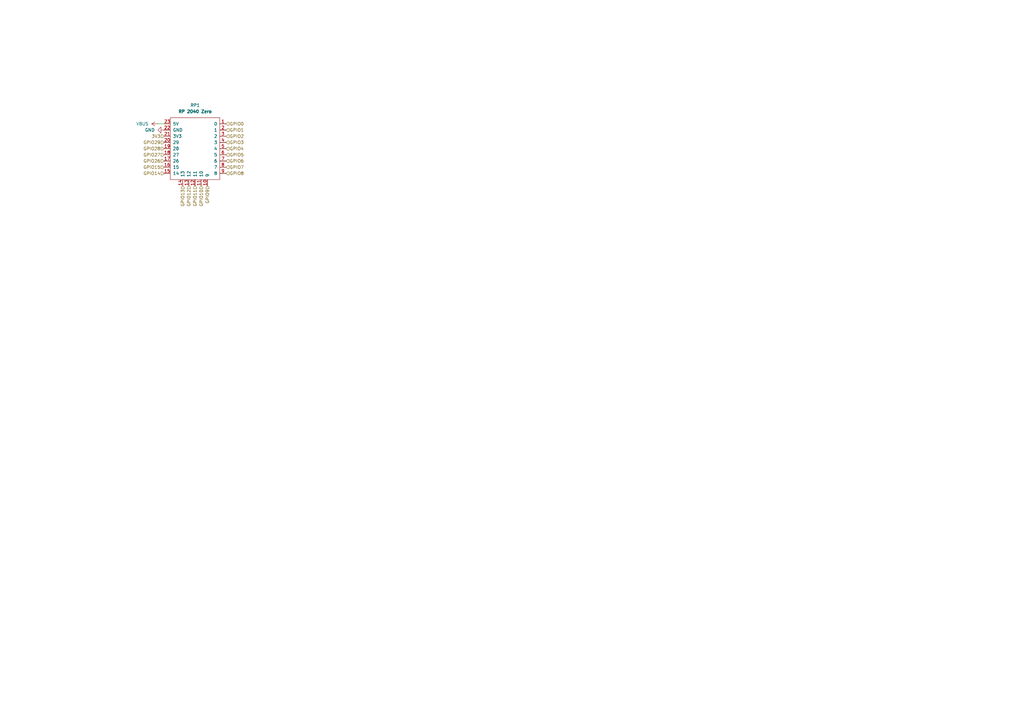
<source format=kicad_sch>
(kicad_sch (version 20250114) (generator "eeschema") (generator_version "9.0")
  (paper "A3")
  (title_block (title "USB to PS/2 Adapter") (date "2025-03-09") (rev "1.03") (company "Mikhail Matveev") (comment 1 "https://github.com/xtremespb/frank"))
  (lib_symbols
    (symbol "FRANK:RP_2040_Zero" (pin_names (offset 1.016))
      (property "Reference" "RP2" (at 0 16.51 0))
      (property "Value" "RP 2040 Zero" (at 0 13.97 0))
      (symbol "RP_2040_Zero_0_1"
        (rectangle (start -10.16 11.43) (end 10.16 -13.97))
      )
      (symbol "RP_2040_Zero_1_1"
        (pin power_out line (at -12.7 8.89 0) (length 2.54) (name "5V") (number "23"))
        (pin power_out line (at -12.7 6.35 0) (length 2.54) (name "GND") (number "22"))
        (pin power_out line (at -12.7 3.81 0) (length 2.54) (name "3V3") (number "21"))
        (pin bidirectional line (at -12.7 1.27 0) (length 2.54) (name "29") (number "20"))
        (pin bidirectional line (at -12.7 -1.27 0) (length 2.54) (name "28") (number "19"))
        (pin bidirectional line (at -12.7 -3.81 0) (length 2.54) (name "27") (number "18"))
        (pin bidirectional line (at -12.7 -6.35 0) (length 2.54) (name "26") (number "17"))
        (pin bidirectional line (at -12.7 -8.89 0) (length 2.54) (name "15") (number "16"))
        (pin bidirectional line (at -12.7 -11.43 0) (length 2.54) (name "14") (number "15"))
        (pin bidirectional line (at -5.08 -16.51 90) (length 2.54) (name "13") (number "14"))
        (pin bidirectional line (at -2.54 -16.51 90) (length 2.54) (name "12") (number "13"))
        (pin bidirectional line (at 0 -16.51 90) (length 2.54) (name "11") (number "12"))
        (pin bidirectional line (at 2.54 -16.51 90) (length 2.54) (name "10") (number "11"))
        (pin bidirectional line (at 5.08 -16.51 90) (length 2.54) (name "9") (number "10"))
        (pin bidirectional line (at 12.7 8.89 180) (length 2.54) (name "0") (number "1"))
        (pin bidirectional line (at 12.7 6.35 180) (length 2.54) (name "1") (number "2"))
        (pin bidirectional line (at 12.7 3.81 180) (length 2.54) (name "2") (number "3"))
        (pin bidirectional line (at 12.7 1.27 180) (length 2.54) (name "3") (number "4"))
        (pin bidirectional line (at 12.7 -1.27 180) (length 2.54) (name "4") (number "5"))
        (pin bidirectional line (at 12.7 -3.81 180) (length 2.54) (name "5") (number "6"))
        (pin bidirectional line (at 12.7 -6.35 180) (length 2.54) (name "6") (number "7"))
        (pin bidirectional line (at 12.7 -8.89 180) (length 2.54) (name "7") (number "8"))
        (pin bidirectional line (at 12.7 -11.43 180) (length 2.54) (name "8") (number "9"))
      )
    )
    (symbol "GND_1" (power) (pin_numbers (hide yes)) (pin_names (offset 0) (hide yes))
      (property "Value" "GND" (at 0 -3.81 0))
      (symbol "GND_1_0_1"
        (polyline (pts (xy 0 0) (xy 0 -1.27) (xy 1.27 -1.27) (xy 0 -2.54) (xy -1.27 -1.27) (xy 0 -1.27)))
      )
      (symbol "GND_1_1_1"
        (pin power_in line (at 0 0 270) (length 0) (name "~") (number "1"))
      )
    )
    (symbol "power:VBUS" (power) (pin_numbers (hide yes)) (pin_names (offset 0) (hide yes))
      (property "Value" "VBUS" (at 0 3.556 0))
      (symbol "VBUS_0_1"
        (polyline (pts (xy -0.762 1.27) (xy 0 2.54)))
        (polyline (pts (xy 0 2.54) (xy 0.762 1.27)))
        (polyline (pts (xy 0 0) (xy 0 2.54)))
      )
      (symbol "VBUS_1_1"
        (pin power_in line (at 0 0 90) (length 0) (name "~") (number "1"))
      )
    )
  )
  (wire (pts (xy 64.77 50.8) (xy 67.31 50.8)))
  (hierarchical_label "GPIO13" (shape input) (at 74.93 76.2 270))
  (hierarchical_label "GPIO15" (shape input) (at 67.31 68.58 180))
  (hierarchical_label "GPIO26" (shape input) (at 67.31 66.04 180))
  (hierarchical_label "GPIO5" (shape input) (at 92.71 63.5 0))
  (hierarchical_label "GPIO12" (shape input) (at 77.47 76.2 270))
  (hierarchical_label "GPIO2" (shape input) (at 92.71 55.88 0))
  (hierarchical_label "GPIO29" (shape input) (at 67.31 58.42 180))
  (hierarchical_label "GPIO8" (shape input) (at 92.71 71.12 0))
  (hierarchical_label "GPIO1" (shape input) (at 92.71 53.34 0))
  (hierarchical_label "GPIO27" (shape input) (at 67.31 63.5 180))
  (hierarchical_label "GPIO4" (shape input) (at 92.71 60.96 0))
  (hierarchical_label "GPIO6" (shape input) (at 92.71 66.04 0))
  (hierarchical_label "GPIO14" (shape input) (at 67.31 71.12 180))
  (hierarchical_label "GPIO10" (shape input) (at 82.55 76.2 270))
  (hierarchical_label "GPIO28" (shape input) (at 67.31 60.96 180))
  (hierarchical_label "GPIO7" (shape input) (at 92.71 68.58 0))
  (hierarchical_label "GPIO11" (shape input) (at 80.01 76.2 270))
  (hierarchical_label "GPIO0" (shape input) (at 92.71 50.8 0))
  (hierarchical_label "GPIO3" (shape input) (at 92.71 58.42 0))
  (hierarchical_label "GPIO9" (shape input) (at 85.09 76.2 270))
  (hierarchical_label "3V3" (shape input) (at 67.31 55.88 180))
  (symbol (lib_id "power:VBUS") (at 64.77 50.8 90) (unit 1)
    (property "Reference" "#PWR015" (effects (hide yes)))
    (property "Value" "VBUS" (at 60.96 50.7999 90) (effects (justify left)))
    (property "Description" "Power symbol creates a global label with name \"VBUS\"" (effects (hide yes)))
  )
  (symbol (lib_name "GND_1") (lib_id "power:GND") (at 67.31 53.34 270) (unit 1)
    (property "Reference" "#PWR016" (effects (hide yes)))
    (property "Value" "GND" (at 63.5 53.3399 90) (effects (justify right)))
    (property "Description" "Power symbol creates a global label with name \"GND\" , ground" (effects (hide yes)))
  )
  (symbol (lib_id "FRANK:RP_2040_Zero") (at 80.01 59.69 0) (unit 1)
    (property "Reference" "RP1" (at 80.01 43.18 0))
    (property "Value" "RP 2040 Zero" (at 80.01 45.72 0) (effects (font (bold yes))))
    (property "Footprint" "FRANK:Raspberry Pi Zero (on board)" (effects (hide yes)))
  )
)
</source>
